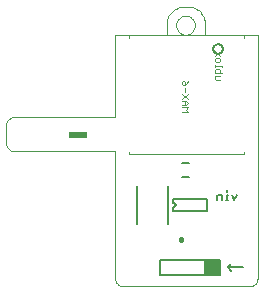
<source format=gbo>
G75*
%MOIN*%
%OFA0B0*%
%FSLAX24Y24*%
%IPPOS*%
%LPD*%
%AMOC8*
5,1,8,0,0,1.08239X$1,22.5*
%
%ADD10C,0.0000*%
%ADD11C,0.0050*%
%ADD12R,0.0591X0.0236*%
%ADD13C,0.0039*%
%ADD14C,0.0020*%
%ADD15C,0.0160*%
%ADD16C,0.0080*%
%ADD17C,0.0060*%
D10*
X009958Y013875D02*
X013333Y013875D01*
X013333Y009625D01*
X013335Y009595D01*
X013340Y009565D01*
X013349Y009536D01*
X013362Y009509D01*
X013377Y009483D01*
X013396Y009459D01*
X013417Y009438D01*
X013441Y009419D01*
X013467Y009404D01*
X013494Y009391D01*
X013523Y009382D01*
X013553Y009377D01*
X013583Y009375D01*
X017831Y009375D01*
X017861Y009377D01*
X017891Y009382D01*
X017920Y009391D01*
X017948Y009403D01*
X017973Y009419D01*
X017997Y009437D01*
X018019Y009458D01*
X018038Y009482D01*
X018053Y009508D01*
X018066Y009535D01*
X018075Y009564D01*
X018081Y009594D01*
X018083Y009624D01*
X018083Y017750D01*
X016333Y017750D01*
X016333Y018124D01*
X016333Y018125D02*
X016330Y018170D01*
X016323Y018215D01*
X016313Y018259D01*
X016300Y018303D01*
X016283Y018345D01*
X016263Y018386D01*
X016239Y018425D01*
X016213Y018462D01*
X016184Y018497D01*
X016152Y018529D01*
X016118Y018559D01*
X016082Y018586D01*
X016043Y018611D01*
X016003Y018632D01*
X015961Y018650D01*
X015918Y018664D01*
X015874Y018675D01*
X015829Y018683D01*
X015784Y018687D01*
X015738Y018688D01*
X015739Y018688D02*
X015603Y018688D01*
X015602Y018687D02*
X015555Y018682D01*
X015509Y018672D01*
X015464Y018660D01*
X015420Y018643D01*
X015377Y018624D01*
X015336Y018601D01*
X015297Y018575D01*
X015260Y018546D01*
X015226Y018514D01*
X015194Y018479D01*
X015164Y018442D01*
X015138Y018403D01*
X015115Y018362D01*
X015096Y018319D01*
X015079Y018275D01*
X015067Y018230D01*
X015057Y018184D01*
X015052Y018137D01*
X015050Y018090D01*
X015052Y018043D01*
X015052Y017750D01*
X013333Y017750D01*
X013333Y015000D01*
X009958Y015000D01*
X009928Y014998D01*
X009898Y014993D01*
X009869Y014984D01*
X009842Y014971D01*
X009816Y014956D01*
X009792Y014937D01*
X009771Y014916D01*
X009752Y014892D01*
X009737Y014866D01*
X009724Y014839D01*
X009715Y014810D01*
X009710Y014780D01*
X009708Y014750D01*
X009708Y014125D01*
X009710Y014095D01*
X009715Y014065D01*
X009724Y014036D01*
X009737Y014009D01*
X009752Y013983D01*
X009771Y013959D01*
X009792Y013938D01*
X009816Y013919D01*
X009842Y013904D01*
X009869Y013891D01*
X009898Y013882D01*
X009928Y013877D01*
X009958Y013875D01*
X015370Y018064D02*
X015372Y018099D01*
X015378Y018134D01*
X015388Y018167D01*
X015401Y018200D01*
X015418Y018231D01*
X015438Y018259D01*
X015462Y018285D01*
X015488Y018309D01*
X015516Y018329D01*
X015547Y018346D01*
X015580Y018359D01*
X015613Y018369D01*
X015648Y018375D01*
X015683Y018377D01*
X015718Y018375D01*
X015753Y018369D01*
X015786Y018359D01*
X015819Y018346D01*
X015850Y018329D01*
X015878Y018309D01*
X015904Y018285D01*
X015928Y018259D01*
X015948Y018231D01*
X015965Y018200D01*
X015978Y018167D01*
X015988Y018134D01*
X015994Y018099D01*
X015996Y018064D01*
X015994Y018029D01*
X015988Y017994D01*
X015978Y017961D01*
X015965Y017928D01*
X015948Y017897D01*
X015928Y017869D01*
X015904Y017843D01*
X015878Y017819D01*
X015850Y017799D01*
X015819Y017782D01*
X015786Y017769D01*
X015753Y017759D01*
X015718Y017753D01*
X015683Y017751D01*
X015648Y017753D01*
X015613Y017759D01*
X015580Y017769D01*
X015547Y017782D01*
X015516Y017799D01*
X015488Y017819D01*
X015462Y017843D01*
X015438Y017869D01*
X015418Y017897D01*
X015401Y017928D01*
X015388Y017961D01*
X015378Y017994D01*
X015372Y018029D01*
X015370Y018064D01*
D11*
X016606Y017280D02*
X016608Y017305D01*
X016614Y017329D01*
X016623Y017352D01*
X016636Y017373D01*
X016653Y017392D01*
X016672Y017409D01*
X016693Y017422D01*
X016716Y017431D01*
X016740Y017437D01*
X016765Y017439D01*
X016790Y017437D01*
X016814Y017431D01*
X016837Y017422D01*
X016858Y017409D01*
X016877Y017392D01*
X016894Y017373D01*
X016907Y017352D01*
X016916Y017329D01*
X016922Y017305D01*
X016924Y017280D01*
X016922Y017255D01*
X016916Y017231D01*
X016907Y017208D01*
X016894Y017187D01*
X016877Y017168D01*
X016858Y017151D01*
X016837Y017138D01*
X016814Y017129D01*
X016790Y017123D01*
X016765Y017121D01*
X016740Y017123D01*
X016716Y017129D01*
X016693Y017138D01*
X016672Y017151D01*
X016653Y017168D01*
X016636Y017187D01*
X016623Y017208D01*
X016614Y017231D01*
X016608Y017255D01*
X016606Y017280D01*
X017062Y012559D02*
X017062Y012514D01*
X017062Y012424D02*
X017062Y012244D01*
X017107Y012244D02*
X017017Y012244D01*
X016911Y012244D02*
X016911Y012424D01*
X016776Y012424D01*
X016731Y012379D01*
X016731Y012244D01*
X017062Y012424D02*
X017107Y012424D01*
X017222Y012424D02*
X017312Y012244D01*
X017402Y012424D01*
X016407Y012283D02*
X016407Y011869D01*
X015265Y011869D01*
X015261Y011869D02*
X015261Y012015D01*
X015285Y012019D02*
X015299Y012021D01*
X015313Y012025D01*
X015326Y012033D01*
X015336Y012043D01*
X015344Y012056D01*
X015348Y012070D01*
X015350Y012084D01*
X015348Y012098D01*
X015344Y012112D01*
X015336Y012125D01*
X015326Y012135D01*
X015313Y012143D01*
X015299Y012147D01*
X015285Y012149D01*
X015261Y012149D02*
X015261Y012287D01*
X016403Y012287D01*
X016333Y010250D02*
X016833Y010250D01*
X016833Y009750D01*
X016333Y009750D01*
X016333Y010250D01*
X016333Y010216D02*
X016833Y010216D01*
X016833Y010250D02*
X014833Y010250D01*
X014833Y009750D01*
X016833Y009750D01*
X016833Y010250D01*
X016833Y010168D02*
X016333Y010168D01*
X016333Y010119D02*
X016833Y010119D01*
X016833Y010071D02*
X016333Y010071D01*
X016333Y010022D02*
X016833Y010022D01*
X016833Y009974D02*
X016333Y009974D01*
X016333Y009925D02*
X016833Y009925D01*
X016833Y009877D02*
X016333Y009877D01*
X016333Y009828D02*
X016833Y009828D01*
X016833Y009780D02*
X016333Y009780D01*
X017083Y010000D02*
X017208Y009875D01*
X017083Y010000D02*
X017208Y010125D01*
X017083Y010000D02*
X017583Y010000D01*
D12*
X012101Y014424D03*
D13*
X013813Y013835D02*
X013813Y013776D01*
X017632Y013776D01*
X017632Y013835D01*
X017632Y017654D02*
X017632Y017753D01*
X013813Y017753D01*
X013813Y017654D01*
D14*
X015551Y016175D02*
X015588Y016212D01*
X015625Y016212D01*
X015661Y016175D01*
X015661Y016065D01*
X015588Y016065D01*
X015551Y016102D01*
X015551Y016175D01*
X015661Y016065D02*
X015735Y016139D01*
X015771Y016212D01*
X015661Y015991D02*
X015661Y015844D01*
X015551Y015770D02*
X015771Y015623D01*
X015698Y015549D02*
X015551Y015549D01*
X015551Y015623D02*
X015771Y015770D01*
X015698Y015549D02*
X015771Y015476D01*
X015698Y015402D01*
X015551Y015402D01*
X015551Y015328D02*
X015771Y015328D01*
X015698Y015255D01*
X015771Y015181D01*
X015551Y015181D01*
X015661Y015402D02*
X015661Y015549D01*
X016673Y016276D02*
X016673Y016386D01*
X016820Y016386D01*
X016820Y016460D02*
X016820Y016570D01*
X016783Y016607D01*
X016710Y016607D01*
X016673Y016570D01*
X016673Y016460D01*
X016893Y016460D01*
X016893Y016681D02*
X016893Y016718D01*
X016673Y016718D01*
X016673Y016681D02*
X016673Y016755D01*
X016710Y016828D02*
X016673Y016865D01*
X016673Y016939D01*
X016710Y016975D01*
X016783Y016975D01*
X016820Y016939D01*
X016820Y016865D01*
X016783Y016828D01*
X016710Y016828D01*
X016673Y017049D02*
X016820Y017196D01*
X016820Y017049D02*
X016673Y017196D01*
X016673Y016276D02*
X016710Y016239D01*
X016820Y016239D01*
D15*
X015521Y010950D02*
X015521Y010925D01*
D16*
X015095Y011433D02*
X015095Y012692D01*
X014072Y012692D02*
X014072Y011433D01*
D17*
X015559Y013014D02*
X015795Y013014D01*
X015795Y013486D02*
X015559Y013486D01*
M02*

</source>
